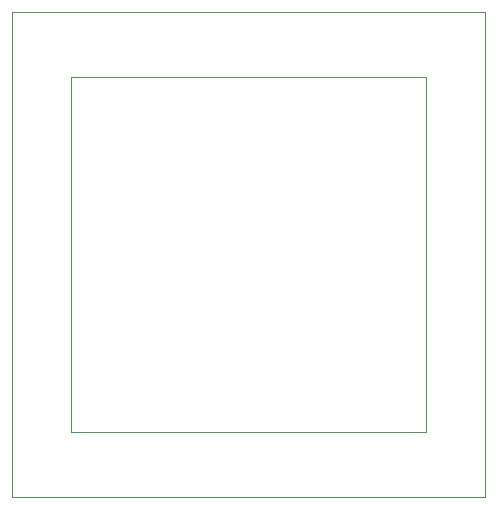
<source format=gbr>
%TF.GenerationSoftware,KiCad,Pcbnew,8.0.1*%
%TF.CreationDate,2024-07-06T10:32:20+03:00*%
%TF.ProjectId,led_tester,6c65645f-7465-4737-9465-722e6b696361,rev?*%
%TF.SameCoordinates,Original*%
%TF.FileFunction,Profile,NP*%
%FSLAX46Y46*%
G04 Gerber Fmt 4.6, Leading zero omitted, Abs format (unit mm)*
G04 Created by KiCad (PCBNEW 8.0.1) date 2024-07-06 10:32:20*
%MOMM*%
%LPD*%
G01*
G04 APERTURE LIST*
%TA.AperFunction,Profile*%
%ADD10C,0.050000*%
%TD*%
%ADD11C,0.100000*%
G04 APERTURE END LIST*
D10*
X85000000Y-24500000D02*
X125000000Y-24500000D01*
X125000000Y-65500000D01*
X85000000Y-65500000D01*
X85000000Y-24500000D01*
D11*
X90000000Y-30000000D02*
X120000000Y-30000000D01*
X120000000Y-60000000D01*
X90000000Y-60000000D01*
X90000000Y-30000000D01*
M02*

</source>
